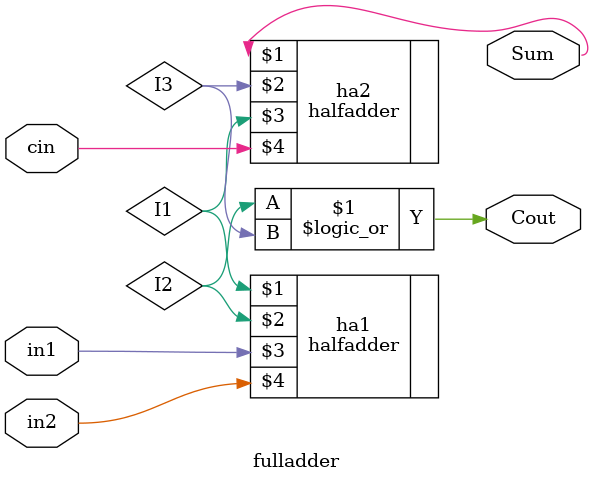
<source format=v>
module fulladder(
	output Sum, Cout,
	input  in1, in2, cin);

	//wire Sum, Cout, in1, in2, cin;
	wire I1, I2, I3;

	halfadder ha1 (I1, I2, in1, in2);
	halfadder ha2 (Sum, I3, I1, cin);

	assign 	Cout = 	I2	|| I3;

endmodule
</source>
